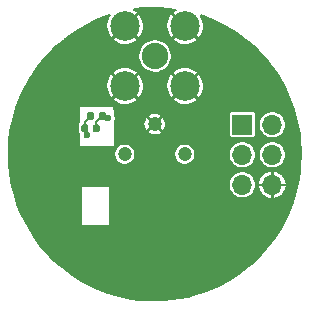
<source format=gbr>
G04 #@! TF.GenerationSoftware,KiCad,Pcbnew,(5.99.0-417-g8bd2765f3)*
G04 #@! TF.CreationDate,2020-07-21T00:36:45-04:00*
G04 #@! TF.ProjectId,tiav2,74696176-322e-46b6-9963-61645f706362,rev?*
G04 #@! TF.SameCoordinates,Original*
G04 #@! TF.FileFunction,Copper,L2,Bot*
G04 #@! TF.FilePolarity,Positive*
%FSLAX46Y46*%
G04 Gerber Fmt 4.6, Leading zero omitted, Abs format (unit mm)*
G04 Created by KiCad (PCBNEW (5.99.0-417-g8bd2765f3)) date 2020-07-21 00:36:45*
%MOMM*%
%LPD*%
G04 APERTURE LIST*
%ADD10C,2.240000*%
%ADD11C,2.499995*%
%ADD12C,1.200000*%
%ADD13R,1.700000X1.700000*%
%ADD14O,1.700000X1.700000*%
%ADD15C,0.600000*%
%ADD16C,0.200000*%
G04 APERTURE END LIST*
G04 #@! TA.AperFunction,SMDPad,CuDef*
G36*
X195252946Y-97489828D02*
G01*
X195300798Y-97521802D01*
X195332772Y-97569654D01*
X195344000Y-97626100D01*
X195344000Y-97971100D01*
X195332772Y-98027546D01*
X195300798Y-98075398D01*
X195252946Y-98107372D01*
X195196500Y-98118600D01*
X194901500Y-98118600D01*
X194845054Y-98107372D01*
X194797202Y-98075398D01*
X194765228Y-98027546D01*
X194754000Y-97971100D01*
X194754000Y-97626100D01*
X194765228Y-97569654D01*
X194797202Y-97521802D01*
X194845054Y-97489828D01*
X194901500Y-97478600D01*
X195196500Y-97478600D01*
X195252946Y-97489828D01*
G37*
G04 #@! TD.AperFunction*
G04 #@! TA.AperFunction,SMDPad,CuDef*
G36*
X194282946Y-97489828D02*
G01*
X194330798Y-97521802D01*
X194362772Y-97569654D01*
X194374000Y-97626100D01*
X194374000Y-97971100D01*
X194362772Y-98027546D01*
X194330798Y-98075398D01*
X194282946Y-98107372D01*
X194226500Y-98118600D01*
X193931500Y-98118600D01*
X193875054Y-98107372D01*
X193827202Y-98075398D01*
X193795228Y-98027546D01*
X193784000Y-97971100D01*
X193784000Y-97626100D01*
X193795228Y-97569654D01*
X193827202Y-97521802D01*
X193875054Y-97489828D01*
X193931500Y-97478600D01*
X194226500Y-97478600D01*
X194282946Y-97489828D01*
G37*
G04 #@! TD.AperFunction*
G04 #@! TA.AperFunction,SMDPad,CuDef*
G36*
X195760946Y-96439828D02*
G01*
X195808798Y-96471802D01*
X195840772Y-96519654D01*
X195852000Y-96576100D01*
X195852000Y-96921100D01*
X195840772Y-96977546D01*
X195808798Y-97025398D01*
X195760946Y-97057372D01*
X195704500Y-97068600D01*
X195409500Y-97068600D01*
X195353054Y-97057372D01*
X195305202Y-97025398D01*
X195273228Y-96977546D01*
X195262000Y-96921100D01*
X195262000Y-96576100D01*
X195273228Y-96519654D01*
X195305202Y-96471802D01*
X195353054Y-96439828D01*
X195409500Y-96428600D01*
X195704500Y-96428600D01*
X195760946Y-96439828D01*
G37*
G04 #@! TD.AperFunction*
G04 #@! TA.AperFunction,SMDPad,CuDef*
G36*
X194790946Y-96439828D02*
G01*
X194838798Y-96471802D01*
X194870772Y-96519654D01*
X194882000Y-96576100D01*
X194882000Y-96921100D01*
X194870772Y-96977546D01*
X194838798Y-97025398D01*
X194790946Y-97057372D01*
X194734500Y-97068600D01*
X194439500Y-97068600D01*
X194383054Y-97057372D01*
X194335202Y-97025398D01*
X194303228Y-96977546D01*
X194292000Y-96921100D01*
X194292000Y-96576100D01*
X194303228Y-96519654D01*
X194335202Y-96471802D01*
X194383054Y-96439828D01*
X194439500Y-96428600D01*
X194734500Y-96428600D01*
X194790946Y-96439828D01*
G37*
G04 #@! TD.AperFunction*
D10*
X200025000Y-91694000D03*
D11*
X197485000Y-89154000D03*
X202565000Y-89154000D03*
X202565000Y-94234000D03*
X197485000Y-94234000D03*
D12*
X200000000Y-97460000D03*
X197460000Y-100000000D03*
X202540000Y-100000000D03*
D13*
X207410000Y-97510000D03*
D14*
X209950000Y-97510000D03*
X207410000Y-100050000D03*
X209950000Y-100050000D03*
X207410000Y-102590000D03*
X209950000Y-102590000D03*
D15*
X211900000Y-100250000D03*
X209350000Y-106800000D03*
X193040000Y-96139000D03*
X191109600Y-100787200D03*
X195072000Y-106832400D03*
X190296800Y-104190800D03*
X190855600Y-95656400D03*
X191389000Y-107696000D03*
X196469000Y-110845600D03*
X199644000Y-109474000D03*
X203708000Y-110845600D03*
X206650000Y-106850000D03*
X192887600Y-100888800D03*
X198424800Y-101803200D03*
X198550000Y-98400000D03*
X200400000Y-99950000D03*
X203400000Y-97150000D03*
X206197200Y-92100400D03*
X194945000Y-93638400D03*
X201669600Y-103218400D03*
X203480000Y-106700000D03*
X209050000Y-94200000D03*
X203610000Y-101000000D03*
X195630800Y-91897200D03*
X194248999Y-98348800D03*
X196077799Y-96926400D03*
D16*
X194248999Y-98348800D02*
X194331399Y-98348800D01*
X195673799Y-96926400D02*
X195648399Y-96951800D01*
X196077799Y-96926400D02*
X195673799Y-96926400D01*
X195950799Y-96799400D02*
X196077799Y-96926400D01*
X195643401Y-96901000D02*
X196037200Y-96901000D01*
X194079000Y-97256600D02*
X194587000Y-96748600D01*
X194079000Y-97798600D02*
X194079000Y-97256600D01*
X195049000Y-97256600D02*
X195557000Y-96748600D01*
X195049000Y-97798600D02*
X195049000Y-97256600D01*
X195899999Y-96748600D02*
X196077799Y-96926400D01*
X195557000Y-96748600D02*
X195899999Y-96748600D01*
G36*
X200432077Y-87626984D02*
G01*
X201122080Y-87670395D01*
X201793037Y-87750402D01*
X201601643Y-87870929D01*
X201451765Y-88003995D01*
X203716276Y-90268506D01*
X203867964Y-90090275D01*
X204003387Y-89864895D01*
X204100180Y-89620424D01*
X204156002Y-89362234D01*
X204164275Y-89023734D01*
X204121131Y-88763127D01*
X204036396Y-88514219D01*
X203912146Y-88282492D01*
X203884179Y-88246176D01*
X204477128Y-88457316D01*
X205114449Y-88725221D01*
X205735876Y-89028311D01*
X206339377Y-89365597D01*
X206923117Y-89736049D01*
X207485276Y-90138517D01*
X208024086Y-90571730D01*
X208537875Y-91034348D01*
X209025034Y-91524919D01*
X209484054Y-92041927D01*
X209913509Y-92583763D01*
X210312026Y-93148698D01*
X210678404Y-93735025D01*
X211011476Y-94340879D01*
X211310199Y-94964365D01*
X211573665Y-95603580D01*
X211801031Y-96256488D01*
X211991600Y-96921079D01*
X212144772Y-97595267D01*
X212260072Y-98276967D01*
X212337137Y-98964014D01*
X212375615Y-99652246D01*
X212303113Y-101382098D01*
X212207181Y-102064691D01*
X212072892Y-102742898D01*
X211900957Y-103412543D01*
X211691908Y-104071550D01*
X211446394Y-104717870D01*
X211165189Y-105349464D01*
X210849166Y-105964380D01*
X210499309Y-106560696D01*
X210116705Y-107136561D01*
X209702566Y-107690153D01*
X209258161Y-108219774D01*
X208784880Y-108723768D01*
X208284212Y-109200547D01*
X207757699Y-109648644D01*
X207207018Y-110066634D01*
X206633829Y-110453254D01*
X206039973Y-110807264D01*
X205427286Y-111127568D01*
X204797657Y-111413182D01*
X204153085Y-111663194D01*
X203495544Y-111876843D01*
X202827106Y-112053451D01*
X202149859Y-112192470D01*
X201465916Y-112293466D01*
X200777378Y-112356128D01*
X200086421Y-112380257D01*
X199395214Y-112365778D01*
X198705877Y-112312736D01*
X198020581Y-112221299D01*
X197341458Y-112091748D01*
X196670635Y-111924494D01*
X196010168Y-111720045D01*
X195362162Y-111479054D01*
X194728611Y-111202263D01*
X194111513Y-110890544D01*
X193512762Y-110544855D01*
X192934244Y-110166282D01*
X192377768Y-109756014D01*
X191845055Y-109315315D01*
X191337778Y-108845572D01*
X190857507Y-108348236D01*
X190405756Y-107824878D01*
X189983917Y-107277109D01*
X189593318Y-106706652D01*
X189235169Y-106115279D01*
X188910587Y-105504829D01*
X188620590Y-104877218D01*
X188366082Y-104234404D01*
X188147851Y-103578379D01*
X187966580Y-102911189D01*
X187915186Y-102669400D01*
X193753800Y-102669400D01*
X193753800Y-106118600D01*
X196249000Y-106118600D01*
X196249000Y-102686611D01*
X206259494Y-102686611D01*
X206300171Y-102908238D01*
X206383121Y-103117745D01*
X206505183Y-103307150D01*
X206661710Y-103469238D01*
X206846739Y-103597837D01*
X207053223Y-103688047D01*
X207273296Y-103736433D01*
X207498577Y-103741152D01*
X207720483Y-103702024D01*
X207930563Y-103620539D01*
X208120815Y-103499801D01*
X208283992Y-103344410D01*
X208413880Y-103160283D01*
X208505529Y-102954434D01*
X208555605Y-102734024D01*
X208557252Y-102616000D01*
X208748330Y-102616000D01*
X208766490Y-102813626D01*
X208830128Y-103033389D01*
X208934175Y-103237152D01*
X209074875Y-103417565D01*
X209247152Y-103568116D01*
X209444790Y-103683375D01*
X209660657Y-103759182D01*
X209924000Y-103798303D01*
X209924000Y-102616000D01*
X209976000Y-102616000D01*
X209976000Y-103788993D01*
X210115546Y-103783022D01*
X210338154Y-103730194D01*
X210546756Y-103636225D01*
X210733826Y-103504506D01*
X210892614Y-103339790D01*
X211017391Y-103148019D01*
X211103652Y-102936112D01*
X211167326Y-102616000D01*
X209976000Y-102616000D01*
X209924000Y-102616000D01*
X208748330Y-102616000D01*
X208557252Y-102616000D01*
X208557979Y-102564000D01*
X208747711Y-102564000D01*
X209924000Y-102564000D01*
X209976000Y-102564000D01*
X211165849Y-102564000D01*
X211106040Y-102251950D01*
X211021260Y-102039447D01*
X210897826Y-101846810D01*
X210740192Y-101680989D01*
X210554046Y-101547966D01*
X210346105Y-101452543D01*
X210123870Y-101398163D01*
X209976000Y-101390803D01*
X209976000Y-102564000D01*
X209924000Y-102564000D01*
X209924000Y-101382737D01*
X209668826Y-101418826D01*
X209452435Y-101493125D01*
X209253998Y-101607002D01*
X209080674Y-101756347D01*
X208938718Y-101935773D01*
X208833251Y-102138805D01*
X208768080Y-102358117D01*
X208747711Y-102564000D01*
X208557979Y-102564000D01*
X208559181Y-102478020D01*
X208515278Y-102256296D01*
X208429411Y-102047969D01*
X208304715Y-101860288D01*
X208145941Y-101700401D01*
X207959135Y-101574397D01*
X207751411Y-101487079D01*
X207530684Y-101441770D01*
X207305359Y-101440197D01*
X207084021Y-101482420D01*
X206875100Y-101566829D01*
X206686552Y-101690212D01*
X206525560Y-101847867D01*
X206398256Y-102033789D01*
X206309490Y-102240898D01*
X206262640Y-102461302D01*
X206259494Y-102686611D01*
X196249000Y-102686611D01*
X196249000Y-102669400D01*
X193753800Y-102669400D01*
X187915186Y-102669400D01*
X187822836Y-102234930D01*
X187717066Y-101551696D01*
X187649600Y-100863613D01*
X187620648Y-100172856D01*
X187621828Y-100088281D01*
X196559635Y-100088281D01*
X196601568Y-100285562D01*
X196686167Y-100468650D01*
X196809226Y-100628446D01*
X196964629Y-100757006D01*
X197144653Y-100847943D01*
X197340349Y-100896736D01*
X197541994Y-100900960D01*
X197739563Y-100860404D01*
X197923236Y-100777086D01*
X198083886Y-100655146D01*
X198213529Y-100500645D01*
X198305721Y-100321259D01*
X198356053Y-100125229D01*
X198356568Y-100088281D01*
X201639635Y-100088281D01*
X201681568Y-100285562D01*
X201766167Y-100468650D01*
X201889226Y-100628446D01*
X202044629Y-100757006D01*
X202224653Y-100847943D01*
X202420349Y-100896736D01*
X202621994Y-100900960D01*
X202819563Y-100860404D01*
X203003236Y-100777086D01*
X203163886Y-100655146D01*
X203293529Y-100500645D01*
X203385721Y-100321259D01*
X203430563Y-100146611D01*
X206259494Y-100146611D01*
X206300171Y-100368238D01*
X206383121Y-100577745D01*
X206505183Y-100767150D01*
X206661710Y-100929238D01*
X206846739Y-101057837D01*
X207053223Y-101148047D01*
X207273296Y-101196433D01*
X207498577Y-101201152D01*
X207720483Y-101162024D01*
X207930563Y-101080539D01*
X208120815Y-100959801D01*
X208283992Y-100804410D01*
X208413880Y-100620283D01*
X208505529Y-100414434D01*
X208555605Y-100194024D01*
X208556267Y-100146611D01*
X208799494Y-100146611D01*
X208840171Y-100368238D01*
X208923121Y-100577745D01*
X209045183Y-100767150D01*
X209201710Y-100929238D01*
X209386739Y-101057837D01*
X209593223Y-101148047D01*
X209813296Y-101196433D01*
X210038577Y-101201152D01*
X210260483Y-101162024D01*
X210470563Y-101080539D01*
X210660815Y-100959801D01*
X210823992Y-100804410D01*
X210953880Y-100620283D01*
X211045529Y-100414434D01*
X211095605Y-100194024D01*
X211099181Y-99938020D01*
X211055278Y-99716296D01*
X210969411Y-99507969D01*
X210844715Y-99320288D01*
X210685941Y-99160401D01*
X210499135Y-99034397D01*
X210291411Y-98947079D01*
X210070684Y-98901770D01*
X209845359Y-98900197D01*
X209624021Y-98942420D01*
X209415100Y-99026829D01*
X209226552Y-99150212D01*
X209065560Y-99307867D01*
X208938256Y-99493789D01*
X208849490Y-99700898D01*
X208802640Y-99921302D01*
X208799494Y-100146611D01*
X208556267Y-100146611D01*
X208559181Y-99938020D01*
X208515278Y-99716296D01*
X208429411Y-99507969D01*
X208304715Y-99320288D01*
X208145941Y-99160401D01*
X207959135Y-99034397D01*
X207751411Y-98947079D01*
X207530684Y-98901770D01*
X207305359Y-98900197D01*
X207084021Y-98942420D01*
X206875100Y-99026829D01*
X206686552Y-99150212D01*
X206525560Y-99307867D01*
X206398256Y-99493789D01*
X206309490Y-99700898D01*
X206262640Y-99921302D01*
X206259494Y-100146611D01*
X203430563Y-100146611D01*
X203436053Y-100125229D01*
X203439200Y-99899840D01*
X203394362Y-99702480D01*
X203307214Y-99520591D01*
X203181936Y-99362530D01*
X203024754Y-99236151D01*
X202843477Y-99147736D01*
X202647119Y-99101681D01*
X202445435Y-99100273D01*
X202248452Y-99143583D01*
X202065959Y-99229457D01*
X201907027Y-99353629D01*
X201779554Y-99509926D01*
X201689876Y-99690581D01*
X201642451Y-99886613D01*
X201639635Y-100088281D01*
X198356568Y-100088281D01*
X198359200Y-99899840D01*
X198314362Y-99702480D01*
X198227214Y-99520591D01*
X198101936Y-99362530D01*
X197944754Y-99236151D01*
X197763477Y-99147736D01*
X197567119Y-99101681D01*
X197365435Y-99100273D01*
X197168452Y-99143583D01*
X196985959Y-99229457D01*
X196827027Y-99353629D01*
X196699554Y-99509926D01*
X196609876Y-99690581D01*
X196562451Y-99886613D01*
X196559635Y-100088281D01*
X187621828Y-100088281D01*
X187630301Y-99481566D01*
X187678530Y-98791860D01*
X187765179Y-98105962D01*
X187854509Y-97619239D01*
X193481082Y-97619239D01*
X193481082Y-97977961D01*
X193513796Y-98142426D01*
X193612481Y-98290119D01*
X193627063Y-98299862D01*
X193627063Y-99413000D01*
X196652735Y-99413000D01*
X196628595Y-98157646D01*
X199339123Y-98157646D01*
X199548905Y-98301287D01*
X199740083Y-98378528D01*
X199943386Y-98412914D01*
X200149331Y-98402841D01*
X200348309Y-98348781D01*
X200531035Y-98253254D01*
X200653625Y-98150393D01*
X200000000Y-97496770D01*
X199339123Y-98157646D01*
X196628595Y-98157646D01*
X196615114Y-97456668D01*
X199045411Y-97456668D01*
X199066965Y-97661729D01*
X199132048Y-97857379D01*
X199294065Y-98129166D01*
X199963230Y-97460000D01*
X200036770Y-97460000D01*
X200692685Y-98115916D01*
X200814795Y-97957352D01*
X200902587Y-97770786D01*
X200948307Y-97569548D01*
X200949049Y-97357075D01*
X200904734Y-97155523D01*
X200818247Y-96968347D01*
X200693185Y-96803583D01*
X200036770Y-97460000D01*
X199963230Y-97460000D01*
X199295133Y-96791901D01*
X199134844Y-97056571D01*
X199068395Y-97251762D01*
X199045411Y-97456668D01*
X196615114Y-97456668D01*
X196610453Y-97214302D01*
X196676799Y-97032020D01*
X196676799Y-96820780D01*
X196655251Y-96761578D01*
X199338346Y-96761578D01*
X200000000Y-97423230D01*
X200653356Y-96769876D01*
X200536562Y-96670474D01*
X200498527Y-96650250D01*
X206257082Y-96650250D01*
X206257082Y-98369750D01*
X206278348Y-98476664D01*
X206344433Y-98575567D01*
X206443336Y-98641652D01*
X206550250Y-98662918D01*
X208269750Y-98662918D01*
X208376664Y-98641652D01*
X208475567Y-98575567D01*
X208541652Y-98476664D01*
X208562918Y-98369750D01*
X208562918Y-97606611D01*
X208799494Y-97606611D01*
X208840171Y-97828238D01*
X208923121Y-98037745D01*
X209045183Y-98227150D01*
X209201710Y-98389238D01*
X209386739Y-98517837D01*
X209593223Y-98608047D01*
X209813296Y-98656433D01*
X210038577Y-98661152D01*
X210260483Y-98622024D01*
X210470563Y-98540539D01*
X210660815Y-98419801D01*
X210823992Y-98264410D01*
X210953880Y-98080283D01*
X211045529Y-97874434D01*
X211095605Y-97654024D01*
X211099181Y-97398020D01*
X211055278Y-97176296D01*
X210969411Y-96967969D01*
X210844715Y-96780288D01*
X210685941Y-96620401D01*
X210499135Y-96494397D01*
X210291411Y-96407079D01*
X210070684Y-96361770D01*
X209845359Y-96360197D01*
X209624021Y-96402420D01*
X209415100Y-96486829D01*
X209226552Y-96610212D01*
X209065560Y-96767867D01*
X208938256Y-96953789D01*
X208849490Y-97160898D01*
X208802640Y-97381302D01*
X208799494Y-97606611D01*
X208562918Y-97606611D01*
X208562918Y-96650250D01*
X208541652Y-96543336D01*
X208475567Y-96444433D01*
X208376664Y-96378348D01*
X208269750Y-96357082D01*
X206550250Y-96357082D01*
X206443336Y-96378348D01*
X206344433Y-96444433D01*
X206278348Y-96543336D01*
X206257082Y-96650250D01*
X200498527Y-96650250D01*
X200354506Y-96573672D01*
X200155910Y-96518224D01*
X199950040Y-96506714D01*
X199746501Y-96539680D01*
X199554790Y-96615584D01*
X199338346Y-96761578D01*
X196655251Y-96761578D01*
X196604550Y-96622280D01*
X196598939Y-96615593D01*
X196585428Y-95913000D01*
X193627063Y-95913000D01*
X193627063Y-97297337D01*
X193612481Y-97307080D01*
X193513796Y-97454774D01*
X193481082Y-97619239D01*
X187854509Y-97619239D01*
X187889988Y-97425929D01*
X188052555Y-96753960D01*
X188252385Y-96092090D01*
X188488853Y-95442398D01*
X188514322Y-95382973D01*
X196372797Y-95382973D01*
X196460116Y-95468480D01*
X196675500Y-95619294D01*
X196912624Y-95732904D01*
X197165120Y-95806261D01*
X197426206Y-95837393D01*
X197688872Y-95825466D01*
X197946062Y-95770798D01*
X198190870Y-95674860D01*
X198416722Y-95540224D01*
X198599768Y-95385538D01*
X198597203Y-95382973D01*
X201452797Y-95382973D01*
X201540116Y-95468480D01*
X201755500Y-95619294D01*
X201992624Y-95732904D01*
X202245120Y-95806261D01*
X202506206Y-95837393D01*
X202768872Y-95825466D01*
X203026062Y-95770798D01*
X203270870Y-95674860D01*
X203496722Y-95540224D01*
X203679768Y-95385538D01*
X202565000Y-94270770D01*
X201452797Y-95382973D01*
X198597203Y-95382973D01*
X197485000Y-94270770D01*
X196372797Y-95382973D01*
X188514322Y-95382973D01*
X188761207Y-94806950D01*
X188999774Y-94326360D01*
X195883190Y-94326360D01*
X195919783Y-94586737D01*
X195998411Y-94837641D01*
X196116964Y-95072334D01*
X196325275Y-95356955D01*
X197448230Y-94234000D01*
X197521770Y-94234000D01*
X198636276Y-95348506D01*
X198787964Y-95170275D01*
X198923387Y-94944895D01*
X199020180Y-94700424D01*
X199076002Y-94442234D01*
X199078833Y-94326360D01*
X200963190Y-94326360D01*
X200999783Y-94586737D01*
X201078411Y-94837641D01*
X201196964Y-95072334D01*
X201405275Y-95356955D01*
X202528230Y-94234000D01*
X202601770Y-94234000D01*
X203716276Y-95348506D01*
X203867964Y-95170275D01*
X204003387Y-94944895D01*
X204100180Y-94700424D01*
X204156002Y-94442234D01*
X204164275Y-94103734D01*
X204121131Y-93843127D01*
X204036396Y-93594219D01*
X203912146Y-93362492D01*
X203721211Y-93114559D01*
X202601770Y-94234000D01*
X202528230Y-94234000D01*
X201411602Y-93117372D01*
X201239549Y-93329839D01*
X201109674Y-93558460D01*
X201018883Y-93805224D01*
X200969613Y-94063502D01*
X200963190Y-94326360D01*
X199078833Y-94326360D01*
X199084275Y-94103734D01*
X199041131Y-93843127D01*
X198956396Y-93594219D01*
X198832146Y-93362492D01*
X198641211Y-93114559D01*
X197521770Y-94234000D01*
X197448230Y-94234000D01*
X196331602Y-93117372D01*
X196159549Y-93329839D01*
X196029674Y-93558460D01*
X195938883Y-93805224D01*
X195889613Y-94063502D01*
X195883190Y-94326360D01*
X188999774Y-94326360D01*
X189068614Y-94187684D01*
X189410113Y-93586536D01*
X189733978Y-93083995D01*
X196371765Y-93083995D01*
X197485000Y-94197230D01*
X198597379Y-93084851D01*
X198479417Y-92974849D01*
X198260412Y-92829343D01*
X198020583Y-92721559D01*
X197766371Y-92654393D01*
X197504602Y-92629648D01*
X197242307Y-92647990D01*
X196986528Y-92708925D01*
X196744138Y-92810817D01*
X196521643Y-92950929D01*
X196371765Y-93083995D01*
X189733978Y-93083995D01*
X189784629Y-93005401D01*
X190191012Y-92446063D01*
X190627984Y-91910282D01*
X190938837Y-91569854D01*
X198606000Y-91569854D01*
X198606000Y-91818146D01*
X198649116Y-92062667D01*
X198734037Y-92295986D01*
X198858183Y-92511014D01*
X199017783Y-92701217D01*
X199207986Y-92860817D01*
X199423014Y-92984963D01*
X199656333Y-93069884D01*
X199900854Y-93113000D01*
X200149146Y-93113000D01*
X200313640Y-93083995D01*
X201451765Y-93083995D01*
X202565000Y-94197230D01*
X203677379Y-93084851D01*
X203559417Y-92974849D01*
X203340412Y-92829343D01*
X203100583Y-92721559D01*
X202846371Y-92654393D01*
X202584602Y-92629648D01*
X202322307Y-92647990D01*
X202066528Y-92708925D01*
X201824138Y-92810817D01*
X201601643Y-92950929D01*
X201451765Y-93083995D01*
X200313640Y-93083995D01*
X200393667Y-93069884D01*
X200626986Y-92984963D01*
X200842014Y-92860817D01*
X201032217Y-92701217D01*
X201191817Y-92511014D01*
X201315963Y-92295986D01*
X201400884Y-92062667D01*
X201444000Y-91818146D01*
X201444000Y-91569854D01*
X201400884Y-91325333D01*
X201315963Y-91092014D01*
X201191817Y-90876986D01*
X201032217Y-90686783D01*
X200842014Y-90527183D01*
X200626986Y-90403037D01*
X200393667Y-90318116D01*
X200307788Y-90302973D01*
X201452797Y-90302973D01*
X201540116Y-90388480D01*
X201755500Y-90539294D01*
X201992624Y-90652904D01*
X202245120Y-90726261D01*
X202506206Y-90757393D01*
X202768872Y-90745466D01*
X203026062Y-90690798D01*
X203270870Y-90594860D01*
X203496722Y-90460224D01*
X203679768Y-90305538D01*
X202565000Y-89190770D01*
X201452797Y-90302973D01*
X200307788Y-90302973D01*
X200149146Y-90275000D01*
X199900854Y-90275000D01*
X199656333Y-90318116D01*
X199423014Y-90403037D01*
X199207986Y-90527183D01*
X199017783Y-90686783D01*
X198858183Y-90876986D01*
X198734037Y-91092014D01*
X198649116Y-91325333D01*
X198606000Y-91569854D01*
X190938837Y-91569854D01*
X191094167Y-91399746D01*
X191588145Y-90916007D01*
X192108336Y-90460614D01*
X192310107Y-90302973D01*
X196372797Y-90302973D01*
X196460116Y-90388480D01*
X196675500Y-90539294D01*
X196912624Y-90652904D01*
X197165120Y-90726261D01*
X197426206Y-90757393D01*
X197688872Y-90745466D01*
X197946062Y-90690798D01*
X198190870Y-90594860D01*
X198416722Y-90460224D01*
X198599768Y-90305538D01*
X197485000Y-89190770D01*
X196372797Y-90302973D01*
X192310107Y-90302973D01*
X192653132Y-90034974D01*
X193220864Y-89640390D01*
X193809726Y-89278119D01*
X194417882Y-88949290D01*
X195043459Y-88654915D01*
X195684486Y-88395924D01*
X196177033Y-88228247D01*
X196159549Y-88249839D01*
X196029674Y-88478460D01*
X195938883Y-88725224D01*
X195889613Y-88983502D01*
X195883190Y-89246360D01*
X195919783Y-89506737D01*
X195998411Y-89757641D01*
X196116964Y-89992334D01*
X196325275Y-90276955D01*
X197448230Y-89154000D01*
X197521770Y-89154000D01*
X198636276Y-90268506D01*
X198787964Y-90090275D01*
X198923387Y-89864895D01*
X199020180Y-89620424D01*
X199076002Y-89362234D01*
X199078833Y-89246360D01*
X200963190Y-89246360D01*
X200999783Y-89506737D01*
X201078411Y-89757641D01*
X201196964Y-89992334D01*
X201405275Y-90276955D01*
X202528230Y-89154000D01*
X201411602Y-88037372D01*
X201239549Y-88249839D01*
X201109674Y-88478460D01*
X201018883Y-88725224D01*
X200969613Y-88983502D01*
X200963190Y-89246360D01*
X199078833Y-89246360D01*
X199084275Y-89023734D01*
X199041131Y-88763127D01*
X198956396Y-88514219D01*
X198832146Y-88282492D01*
X198641211Y-88034559D01*
X197521770Y-89154000D01*
X197448230Y-89154000D01*
X198597379Y-88004851D01*
X198479417Y-87894849D01*
X198260412Y-87749343D01*
X198252896Y-87745965D01*
X198362578Y-87728200D01*
X199050177Y-87655930D01*
X199740717Y-87622157D01*
X200432077Y-87626984D01*
G37*
X200432077Y-87626984D02*
X201122080Y-87670395D01*
X201793037Y-87750402D01*
X201601643Y-87870929D01*
X201451765Y-88003995D01*
X203716276Y-90268506D01*
X203867964Y-90090275D01*
X204003387Y-89864895D01*
X204100180Y-89620424D01*
X204156002Y-89362234D01*
X204164275Y-89023734D01*
X204121131Y-88763127D01*
X204036396Y-88514219D01*
X203912146Y-88282492D01*
X203884179Y-88246176D01*
X204477128Y-88457316D01*
X205114449Y-88725221D01*
X205735876Y-89028311D01*
X206339377Y-89365597D01*
X206923117Y-89736049D01*
X207485276Y-90138517D01*
X208024086Y-90571730D01*
X208537875Y-91034348D01*
X209025034Y-91524919D01*
X209484054Y-92041927D01*
X209913509Y-92583763D01*
X210312026Y-93148698D01*
X210678404Y-93735025D01*
X211011476Y-94340879D01*
X211310199Y-94964365D01*
X211573665Y-95603580D01*
X211801031Y-96256488D01*
X211991600Y-96921079D01*
X212144772Y-97595267D01*
X212260072Y-98276967D01*
X212337137Y-98964014D01*
X212375615Y-99652246D01*
X212303113Y-101382098D01*
X212207181Y-102064691D01*
X212072892Y-102742898D01*
X211900957Y-103412543D01*
X211691908Y-104071550D01*
X211446394Y-104717870D01*
X211165189Y-105349464D01*
X210849166Y-105964380D01*
X210499309Y-106560696D01*
X210116705Y-107136561D01*
X209702566Y-107690153D01*
X209258161Y-108219774D01*
X208784880Y-108723768D01*
X208284212Y-109200547D01*
X207757699Y-109648644D01*
X207207018Y-110066634D01*
X206633829Y-110453254D01*
X206039973Y-110807264D01*
X205427286Y-111127568D01*
X204797657Y-111413182D01*
X204153085Y-111663194D01*
X203495544Y-111876843D01*
X202827106Y-112053451D01*
X202149859Y-112192470D01*
X201465916Y-112293466D01*
X200777378Y-112356128D01*
X200086421Y-112380257D01*
X199395214Y-112365778D01*
X198705877Y-112312736D01*
X198020581Y-112221299D01*
X197341458Y-112091748D01*
X196670635Y-111924494D01*
X196010168Y-111720045D01*
X195362162Y-111479054D01*
X194728611Y-111202263D01*
X194111513Y-110890544D01*
X193512762Y-110544855D01*
X192934244Y-110166282D01*
X192377768Y-109756014D01*
X191845055Y-109315315D01*
X191337778Y-108845572D01*
X190857507Y-108348236D01*
X190405756Y-107824878D01*
X189983917Y-107277109D01*
X189593318Y-106706652D01*
X189235169Y-106115279D01*
X188910587Y-105504829D01*
X188620590Y-104877218D01*
X188366082Y-104234404D01*
X188147851Y-103578379D01*
X187966580Y-102911189D01*
X187915186Y-102669400D01*
X193753800Y-102669400D01*
X193753800Y-106118600D01*
X196249000Y-106118600D01*
X196249000Y-102686611D01*
X206259494Y-102686611D01*
X206300171Y-102908238D01*
X206383121Y-103117745D01*
X206505183Y-103307150D01*
X206661710Y-103469238D01*
X206846739Y-103597837D01*
X207053223Y-103688047D01*
X207273296Y-103736433D01*
X207498577Y-103741152D01*
X207720483Y-103702024D01*
X207930563Y-103620539D01*
X208120815Y-103499801D01*
X208283992Y-103344410D01*
X208413880Y-103160283D01*
X208505529Y-102954434D01*
X208555605Y-102734024D01*
X208557252Y-102616000D01*
X208748330Y-102616000D01*
X208766490Y-102813626D01*
X208830128Y-103033389D01*
X208934175Y-103237152D01*
X209074875Y-103417565D01*
X209247152Y-103568116D01*
X209444790Y-103683375D01*
X209660657Y-103759182D01*
X209924000Y-103798303D01*
X209924000Y-102616000D01*
X209976000Y-102616000D01*
X209976000Y-103788993D01*
X210115546Y-103783022D01*
X210338154Y-103730194D01*
X210546756Y-103636225D01*
X210733826Y-103504506D01*
X210892614Y-103339790D01*
X211017391Y-103148019D01*
X211103652Y-102936112D01*
X211167326Y-102616000D01*
X209976000Y-102616000D01*
X209924000Y-102616000D01*
X208748330Y-102616000D01*
X208557252Y-102616000D01*
X208557979Y-102564000D01*
X208747711Y-102564000D01*
X209924000Y-102564000D01*
X209976000Y-102564000D01*
X211165849Y-102564000D01*
X211106040Y-102251950D01*
X211021260Y-102039447D01*
X210897826Y-101846810D01*
X210740192Y-101680989D01*
X210554046Y-101547966D01*
X210346105Y-101452543D01*
X210123870Y-101398163D01*
X209976000Y-101390803D01*
X209976000Y-102564000D01*
X209924000Y-102564000D01*
X209924000Y-101382737D01*
X209668826Y-101418826D01*
X209452435Y-101493125D01*
X209253998Y-101607002D01*
X209080674Y-101756347D01*
X208938718Y-101935773D01*
X208833251Y-102138805D01*
X208768080Y-102358117D01*
X208747711Y-102564000D01*
X208557979Y-102564000D01*
X208559181Y-102478020D01*
X208515278Y-102256296D01*
X208429411Y-102047969D01*
X208304715Y-101860288D01*
X208145941Y-101700401D01*
X207959135Y-101574397D01*
X207751411Y-101487079D01*
X207530684Y-101441770D01*
X207305359Y-101440197D01*
X207084021Y-101482420D01*
X206875100Y-101566829D01*
X206686552Y-101690212D01*
X206525560Y-101847867D01*
X206398256Y-102033789D01*
X206309490Y-102240898D01*
X206262640Y-102461302D01*
X206259494Y-102686611D01*
X196249000Y-102686611D01*
X196249000Y-102669400D01*
X193753800Y-102669400D01*
X187915186Y-102669400D01*
X187822836Y-102234930D01*
X187717066Y-101551696D01*
X187649600Y-100863613D01*
X187620648Y-100172856D01*
X187621828Y-100088281D01*
X196559635Y-100088281D01*
X196601568Y-100285562D01*
X196686167Y-100468650D01*
X196809226Y-100628446D01*
X196964629Y-100757006D01*
X197144653Y-100847943D01*
X197340349Y-100896736D01*
X197541994Y-100900960D01*
X197739563Y-100860404D01*
X197923236Y-100777086D01*
X198083886Y-100655146D01*
X198213529Y-100500645D01*
X198305721Y-100321259D01*
X198356053Y-100125229D01*
X198356568Y-100088281D01*
X201639635Y-100088281D01*
X201681568Y-100285562D01*
X201766167Y-100468650D01*
X201889226Y-100628446D01*
X202044629Y-100757006D01*
X202224653Y-100847943D01*
X202420349Y-100896736D01*
X202621994Y-100900960D01*
X202819563Y-100860404D01*
X203003236Y-100777086D01*
X203163886Y-100655146D01*
X203293529Y-100500645D01*
X203385721Y-100321259D01*
X203430563Y-100146611D01*
X206259494Y-100146611D01*
X206300171Y-100368238D01*
X206383121Y-100577745D01*
X206505183Y-100767150D01*
X206661710Y-100929238D01*
X206846739Y-101057837D01*
X207053223Y-101148047D01*
X207273296Y-101196433D01*
X207498577Y-101201152D01*
X207720483Y-101162024D01*
X207930563Y-101080539D01*
X208120815Y-100959801D01*
X208283992Y-100804410D01*
X208413880Y-100620283D01*
X208505529Y-100414434D01*
X208555605Y-100194024D01*
X208556267Y-100146611D01*
X208799494Y-100146611D01*
X208840171Y-100368238D01*
X208923121Y-100577745D01*
X209045183Y-100767150D01*
X209201710Y-100929238D01*
X209386739Y-101057837D01*
X209593223Y-101148047D01*
X209813296Y-101196433D01*
X210038577Y-101201152D01*
X210260483Y-101162024D01*
X210470563Y-101080539D01*
X210660815Y-100959801D01*
X210823992Y-100804410D01*
X210953880Y-100620283D01*
X211045529Y-100414434D01*
X211095605Y-100194024D01*
X211099181Y-99938020D01*
X211055278Y-99716296D01*
X210969411Y-99507969D01*
X210844715Y-99320288D01*
X210685941Y-99160401D01*
X210499135Y-99034397D01*
X210291411Y-98947079D01*
X210070684Y-98901770D01*
X209845359Y-98900197D01*
X209624021Y-98942420D01*
X209415100Y-99026829D01*
X209226552Y-99150212D01*
X209065560Y-99307867D01*
X208938256Y-99493789D01*
X208849490Y-99700898D01*
X208802640Y-99921302D01*
X208799494Y-100146611D01*
X208556267Y-100146611D01*
X208559181Y-99938020D01*
X208515278Y-99716296D01*
X208429411Y-99507969D01*
X208304715Y-99320288D01*
X208145941Y-99160401D01*
X207959135Y-99034397D01*
X207751411Y-98947079D01*
X207530684Y-98901770D01*
X207305359Y-98900197D01*
X207084021Y-98942420D01*
X206875100Y-99026829D01*
X206686552Y-99150212D01*
X206525560Y-99307867D01*
X206398256Y-99493789D01*
X206309490Y-99700898D01*
X206262640Y-99921302D01*
X206259494Y-100146611D01*
X203430563Y-100146611D01*
X203436053Y-100125229D01*
X203439200Y-99899840D01*
X203394362Y-99702480D01*
X203307214Y-99520591D01*
X203181936Y-99362530D01*
X203024754Y-99236151D01*
X202843477Y-99147736D01*
X202647119Y-99101681D01*
X202445435Y-99100273D01*
X202248452Y-99143583D01*
X202065959Y-99229457D01*
X201907027Y-99353629D01*
X201779554Y-99509926D01*
X201689876Y-99690581D01*
X201642451Y-99886613D01*
X201639635Y-100088281D01*
X198356568Y-100088281D01*
X198359200Y-99899840D01*
X198314362Y-99702480D01*
X198227214Y-99520591D01*
X198101936Y-99362530D01*
X197944754Y-99236151D01*
X197763477Y-99147736D01*
X197567119Y-99101681D01*
X197365435Y-99100273D01*
X197168452Y-99143583D01*
X196985959Y-99229457D01*
X196827027Y-99353629D01*
X196699554Y-99509926D01*
X196609876Y-99690581D01*
X196562451Y-99886613D01*
X196559635Y-100088281D01*
X187621828Y-100088281D01*
X187630301Y-99481566D01*
X187678530Y-98791860D01*
X187765179Y-98105962D01*
X187854509Y-97619239D01*
X193481082Y-97619239D01*
X193481082Y-97977961D01*
X193513796Y-98142426D01*
X193612481Y-98290119D01*
X193627063Y-98299862D01*
X193627063Y-99413000D01*
X196652735Y-99413000D01*
X196628595Y-98157646D01*
X199339123Y-98157646D01*
X199548905Y-98301287D01*
X199740083Y-98378528D01*
X199943386Y-98412914D01*
X200149331Y-98402841D01*
X200348309Y-98348781D01*
X200531035Y-98253254D01*
X200653625Y-98150393D01*
X200000000Y-97496770D01*
X199339123Y-98157646D01*
X196628595Y-98157646D01*
X196615114Y-97456668D01*
X199045411Y-97456668D01*
X199066965Y-97661729D01*
X199132048Y-97857379D01*
X199294065Y-98129166D01*
X199963230Y-97460000D01*
X200036770Y-97460000D01*
X200692685Y-98115916D01*
X200814795Y-97957352D01*
X200902587Y-97770786D01*
X200948307Y-97569548D01*
X200949049Y-97357075D01*
X200904734Y-97155523D01*
X200818247Y-96968347D01*
X200693185Y-96803583D01*
X200036770Y-97460000D01*
X199963230Y-97460000D01*
X199295133Y-96791901D01*
X199134844Y-97056571D01*
X199068395Y-97251762D01*
X199045411Y-97456668D01*
X196615114Y-97456668D01*
X196610453Y-97214302D01*
X196676799Y-97032020D01*
X196676799Y-96820780D01*
X196655251Y-96761578D01*
X199338346Y-96761578D01*
X200000000Y-97423230D01*
X200653356Y-96769876D01*
X200536562Y-96670474D01*
X200498527Y-96650250D01*
X206257082Y-96650250D01*
X206257082Y-98369750D01*
X206278348Y-98476664D01*
X206344433Y-98575567D01*
X206443336Y-98641652D01*
X206550250Y-98662918D01*
X208269750Y-98662918D01*
X208376664Y-98641652D01*
X208475567Y-98575567D01*
X208541652Y-98476664D01*
X208562918Y-98369750D01*
X208562918Y-97606611D01*
X208799494Y-97606611D01*
X208840171Y-97828238D01*
X208923121Y-98037745D01*
X209045183Y-98227150D01*
X209201710Y-98389238D01*
X209386739Y-98517837D01*
X209593223Y-98608047D01*
X209813296Y-98656433D01*
X210038577Y-98661152D01*
X210260483Y-98622024D01*
X210470563Y-98540539D01*
X210660815Y-98419801D01*
X210823992Y-98264410D01*
X210953880Y-98080283D01*
X211045529Y-97874434D01*
X211095605Y-97654024D01*
X211099181Y-97398020D01*
X211055278Y-97176296D01*
X210969411Y-96967969D01*
X210844715Y-96780288D01*
X210685941Y-96620401D01*
X210499135Y-96494397D01*
X210291411Y-96407079D01*
X210070684Y-96361770D01*
X209845359Y-96360197D01*
X209624021Y-96402420D01*
X209415100Y-96486829D01*
X209226552Y-96610212D01*
X209065560Y-96767867D01*
X208938256Y-96953789D01*
X208849490Y-97160898D01*
X208802640Y-97381302D01*
X208799494Y-97606611D01*
X208562918Y-97606611D01*
X208562918Y-96650250D01*
X208541652Y-96543336D01*
X208475567Y-96444433D01*
X208376664Y-96378348D01*
X208269750Y-96357082D01*
X206550250Y-96357082D01*
X206443336Y-96378348D01*
X206344433Y-96444433D01*
X206278348Y-96543336D01*
X206257082Y-96650250D01*
X200498527Y-96650250D01*
X200354506Y-96573672D01*
X200155910Y-96518224D01*
X199950040Y-96506714D01*
X199746501Y-96539680D01*
X199554790Y-96615584D01*
X199338346Y-96761578D01*
X196655251Y-96761578D01*
X196604550Y-96622280D01*
X196598939Y-96615593D01*
X196585428Y-95913000D01*
X193627063Y-95913000D01*
X193627063Y-97297337D01*
X193612481Y-97307080D01*
X193513796Y-97454774D01*
X193481082Y-97619239D01*
X187854509Y-97619239D01*
X187889988Y-97425929D01*
X188052555Y-96753960D01*
X188252385Y-96092090D01*
X188488853Y-95442398D01*
X188514322Y-95382973D01*
X196372797Y-95382973D01*
X196460116Y-95468480D01*
X196675500Y-95619294D01*
X196912624Y-95732904D01*
X197165120Y-95806261D01*
X197426206Y-95837393D01*
X197688872Y-95825466D01*
X197946062Y-95770798D01*
X198190870Y-95674860D01*
X198416722Y-95540224D01*
X198599768Y-95385538D01*
X198597203Y-95382973D01*
X201452797Y-95382973D01*
X201540116Y-95468480D01*
X201755500Y-95619294D01*
X201992624Y-95732904D01*
X202245120Y-95806261D01*
X202506206Y-95837393D01*
X202768872Y-95825466D01*
X203026062Y-95770798D01*
X203270870Y-95674860D01*
X203496722Y-95540224D01*
X203679768Y-95385538D01*
X202565000Y-94270770D01*
X201452797Y-95382973D01*
X198597203Y-95382973D01*
X197485000Y-94270770D01*
X196372797Y-95382973D01*
X188514322Y-95382973D01*
X188761207Y-94806950D01*
X188999774Y-94326360D01*
X195883190Y-94326360D01*
X195919783Y-94586737D01*
X195998411Y-94837641D01*
X196116964Y-95072334D01*
X196325275Y-95356955D01*
X197448230Y-94234000D01*
X197521770Y-94234000D01*
X198636276Y-95348506D01*
X198787964Y-95170275D01*
X198923387Y-94944895D01*
X199020180Y-94700424D01*
X199076002Y-94442234D01*
X199078833Y-94326360D01*
X200963190Y-94326360D01*
X200999783Y-94586737D01*
X201078411Y-94837641D01*
X201196964Y-95072334D01*
X201405275Y-95356955D01*
X202528230Y-94234000D01*
X202601770Y-94234000D01*
X203716276Y-95348506D01*
X203867964Y-95170275D01*
X204003387Y-94944895D01*
X204100180Y-94700424D01*
X204156002Y-94442234D01*
X204164275Y-94103734D01*
X204121131Y-93843127D01*
X204036396Y-93594219D01*
X203912146Y-93362492D01*
X203721211Y-93114559D01*
X202601770Y-94234000D01*
X202528230Y-94234000D01*
X201411602Y-93117372D01*
X201239549Y-93329839D01*
X201109674Y-93558460D01*
X201018883Y-93805224D01*
X200969613Y-94063502D01*
X200963190Y-94326360D01*
X199078833Y-94326360D01*
X199084275Y-94103734D01*
X199041131Y-93843127D01*
X198956396Y-93594219D01*
X198832146Y-93362492D01*
X198641211Y-93114559D01*
X197521770Y-94234000D01*
X197448230Y-94234000D01*
X196331602Y-93117372D01*
X196159549Y-93329839D01*
X196029674Y-93558460D01*
X195938883Y-93805224D01*
X195889613Y-94063502D01*
X195883190Y-94326360D01*
X188999774Y-94326360D01*
X189068614Y-94187684D01*
X189410113Y-93586536D01*
X189733978Y-93083995D01*
X196371765Y-93083995D01*
X197485000Y-94197230D01*
X198597379Y-93084851D01*
X198479417Y-92974849D01*
X198260412Y-92829343D01*
X198020583Y-92721559D01*
X197766371Y-92654393D01*
X197504602Y-92629648D01*
X197242307Y-92647990D01*
X196986528Y-92708925D01*
X196744138Y-92810817D01*
X196521643Y-92950929D01*
X196371765Y-93083995D01*
X189733978Y-93083995D01*
X189784629Y-93005401D01*
X190191012Y-92446063D01*
X190627984Y-91910282D01*
X190938837Y-91569854D01*
X198606000Y-91569854D01*
X198606000Y-91818146D01*
X198649116Y-92062667D01*
X198734037Y-92295986D01*
X198858183Y-92511014D01*
X199017783Y-92701217D01*
X199207986Y-92860817D01*
X199423014Y-92984963D01*
X199656333Y-93069884D01*
X199900854Y-93113000D01*
X200149146Y-93113000D01*
X200313640Y-93083995D01*
X201451765Y-93083995D01*
X202565000Y-94197230D01*
X203677379Y-93084851D01*
X203559417Y-92974849D01*
X203340412Y-92829343D01*
X203100583Y-92721559D01*
X202846371Y-92654393D01*
X202584602Y-92629648D01*
X202322307Y-92647990D01*
X202066528Y-92708925D01*
X201824138Y-92810817D01*
X201601643Y-92950929D01*
X201451765Y-93083995D01*
X200313640Y-93083995D01*
X200393667Y-93069884D01*
X200626986Y-92984963D01*
X200842014Y-92860817D01*
X201032217Y-92701217D01*
X201191817Y-92511014D01*
X201315963Y-92295986D01*
X201400884Y-92062667D01*
X201444000Y-91818146D01*
X201444000Y-91569854D01*
X201400884Y-91325333D01*
X201315963Y-91092014D01*
X201191817Y-90876986D01*
X201032217Y-90686783D01*
X200842014Y-90527183D01*
X200626986Y-90403037D01*
X200393667Y-90318116D01*
X200307788Y-90302973D01*
X201452797Y-90302973D01*
X201540116Y-90388480D01*
X201755500Y-90539294D01*
X201992624Y-90652904D01*
X202245120Y-90726261D01*
X202506206Y-90757393D01*
X202768872Y-90745466D01*
X203026062Y-90690798D01*
X203270870Y-90594860D01*
X203496722Y-90460224D01*
X203679768Y-90305538D01*
X202565000Y-89190770D01*
X201452797Y-90302973D01*
X200307788Y-90302973D01*
X200149146Y-90275000D01*
X199900854Y-90275000D01*
X199656333Y-90318116D01*
X199423014Y-90403037D01*
X199207986Y-90527183D01*
X199017783Y-90686783D01*
X198858183Y-90876986D01*
X198734037Y-91092014D01*
X198649116Y-91325333D01*
X198606000Y-91569854D01*
X190938837Y-91569854D01*
X191094167Y-91399746D01*
X191588145Y-90916007D01*
X192108336Y-90460614D01*
X192310107Y-90302973D01*
X196372797Y-90302973D01*
X196460116Y-90388480D01*
X196675500Y-90539294D01*
X196912624Y-90652904D01*
X197165120Y-90726261D01*
X197426206Y-90757393D01*
X197688872Y-90745466D01*
X197946062Y-90690798D01*
X198190870Y-90594860D01*
X198416722Y-90460224D01*
X198599768Y-90305538D01*
X197485000Y-89190770D01*
X196372797Y-90302973D01*
X192310107Y-90302973D01*
X192653132Y-90034974D01*
X193220864Y-89640390D01*
X193809726Y-89278119D01*
X194417882Y-88949290D01*
X195043459Y-88654915D01*
X195684486Y-88395924D01*
X196177033Y-88228247D01*
X196159549Y-88249839D01*
X196029674Y-88478460D01*
X195938883Y-88725224D01*
X195889613Y-88983502D01*
X195883190Y-89246360D01*
X195919783Y-89506737D01*
X195998411Y-89757641D01*
X196116964Y-89992334D01*
X196325275Y-90276955D01*
X197448230Y-89154000D01*
X197521770Y-89154000D01*
X198636276Y-90268506D01*
X198787964Y-90090275D01*
X198923387Y-89864895D01*
X199020180Y-89620424D01*
X199076002Y-89362234D01*
X199078833Y-89246360D01*
X200963190Y-89246360D01*
X200999783Y-89506737D01*
X201078411Y-89757641D01*
X201196964Y-89992334D01*
X201405275Y-90276955D01*
X202528230Y-89154000D01*
X201411602Y-88037372D01*
X201239549Y-88249839D01*
X201109674Y-88478460D01*
X201018883Y-88725224D01*
X200969613Y-88983502D01*
X200963190Y-89246360D01*
X199078833Y-89246360D01*
X199084275Y-89023734D01*
X199041131Y-88763127D01*
X198956396Y-88514219D01*
X198832146Y-88282492D01*
X198641211Y-88034559D01*
X197521770Y-89154000D01*
X197448230Y-89154000D01*
X198597379Y-88004851D01*
X198479417Y-87894849D01*
X198260412Y-87749343D01*
X198252896Y-87745965D01*
X198362578Y-87728200D01*
X199050177Y-87655930D01*
X199740717Y-87622157D01*
X200432077Y-87626984D01*
M02*

</source>
